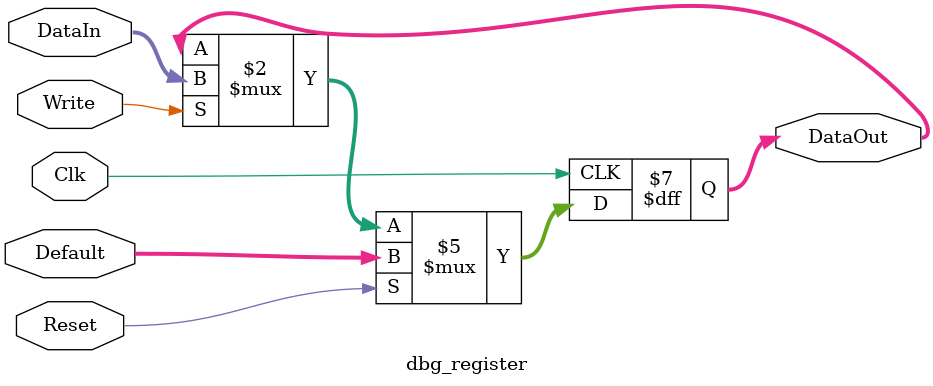
<source format=v>

`include "timescale.v"
// synopsys translate_on

module dbg_register(DataIn, DataOut, Write, Clk, Reset, Default);

parameter WIDTH = 8; // default parameter of the register width

input [WIDTH-1:0] DataIn;

input Write;
input Clk;
input Reset;
input [WIDTH-1:0] Default;

output [WIDTH-1:0] DataOut;
reg    [WIDTH-1:0] DataOut;

//always @ (posedge Clk or posedge Reset)
always @ (posedge Clk)
begin
  if(Reset)
    DataOut[WIDTH-1:0]<=#1 Default;
  else
    begin
      if(Write)                         // write
        DataOut[WIDTH-1:0]<=#1 DataIn[WIDTH-1:0];
    end
end


endmodule   // Register


</source>
